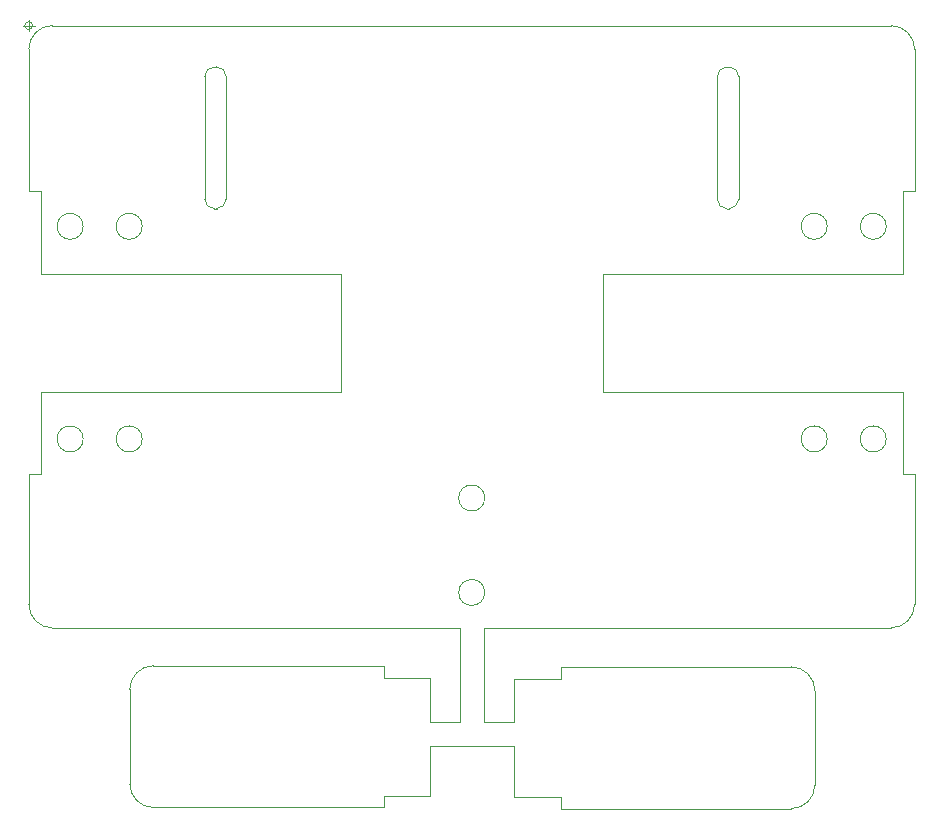
<source format=gm1>
G04 #@! TF.GenerationSoftware,KiCad,Pcbnew,(5.0.0)*
G04 #@! TF.CreationDate,2019-08-04T00:31:06+09:00*
G04 #@! TF.ProjectId,MiniRoverShield,4D696E69526F766572536869656C642E,rev?*
G04 #@! TF.SameCoordinates,Original*
G04 #@! TF.FileFunction,Profile,NP*
%FSLAX46Y46*%
G04 Gerber Fmt 4.6, Leading zero omitted, Abs format (unit mm)*
G04 Created by KiCad (PCBNEW (5.0.0)) date 08/04/19 00:31:06*
%MOMM*%
%LPD*%
G01*
G04 APERTURE LIST*
%ADD10C,0.100000*%
G04 APERTURE END LIST*
D10*
X40883333Y-46930000D02*
G75*
G03X40883333Y-46930000I-333333J0D01*
G01*
X40050000Y-46930000D02*
X41050000Y-46930000D01*
X40550000Y-46430000D02*
X40550000Y-47430000D01*
X42546429Y-97927065D02*
G75*
G02X40546429Y-95927065I0J2000000D01*
G01*
X79050000Y-105930000D02*
X81650000Y-105930000D01*
X79050000Y-97930000D02*
X79050000Y-105930000D01*
X77050000Y-105930000D02*
X77050000Y-97930000D01*
X74550000Y-105930000D02*
X77050000Y-105930000D01*
X74550000Y-107930000D02*
X81650000Y-107930000D01*
X79050000Y-97930000D02*
X113550000Y-97930000D01*
X42546429Y-97927065D02*
X77050000Y-97930000D01*
X74550000Y-102130000D02*
X74550000Y-105930000D01*
X81650000Y-102230000D02*
X81650000Y-105930000D01*
X81650000Y-112230000D02*
X81650000Y-107930000D01*
X74550000Y-112130000D02*
X74550000Y-107930000D01*
X81650000Y-102230000D02*
X85600000Y-102230000D01*
X85600000Y-101230000D02*
X105100000Y-101230000D01*
X85600000Y-112230000D02*
X81650000Y-112230000D01*
X85600000Y-102230000D02*
X85600000Y-101230000D01*
X85600000Y-113230000D02*
X85600000Y-112230000D01*
X105100000Y-101230000D02*
G75*
G02X107100000Y-103230000I0J-2000000D01*
G01*
X107100000Y-111230000D02*
G75*
G02X105100000Y-113230000I-2000000J0D01*
G01*
X105100000Y-113230000D02*
X85600000Y-113230000D01*
X107100000Y-103230000D02*
X107100000Y-111230000D01*
X49100000Y-111130000D02*
X49100000Y-103130000D01*
X51100000Y-113130000D02*
G75*
G02X49100000Y-111130000I0J2000000D01*
G01*
X70600000Y-113130000D02*
X51100000Y-113130000D01*
X51100000Y-101130000D02*
X70600000Y-101130000D01*
X70600000Y-112130000D02*
X70600000Y-113130000D01*
X49100000Y-103130000D02*
G75*
G02X51100000Y-101130000I2000000J0D01*
G01*
X70600000Y-102130000D02*
X74550000Y-102130000D01*
X74550000Y-112130000D02*
X70600000Y-112130000D01*
X70600000Y-101130000D02*
X70600000Y-102130000D01*
X98846429Y-51227065D02*
G75*
G02X99646429Y-50427065I800000J0D01*
G01*
X115546429Y-95927065D02*
G75*
G02X113546429Y-97927065I-2000000J0D01*
G01*
X56446429Y-50427065D02*
X56246429Y-50427065D01*
X57246429Y-61627065D02*
X57246429Y-51227065D01*
X66946429Y-67927065D02*
X41546429Y-67927065D01*
X40546429Y-84927065D02*
X41546429Y-84927065D01*
X114546429Y-77927065D02*
X114546429Y-84927065D01*
X56246429Y-62427065D02*
X56446429Y-62427065D01*
X40546429Y-48927065D02*
G75*
G02X42546429Y-46927065I2000000J0D01*
G01*
X114546429Y-84927065D02*
X115546429Y-84927065D01*
X114546429Y-67927065D02*
X89146429Y-67927065D01*
X115550000Y-48930000D02*
X115546429Y-60927065D01*
X99846429Y-50427065D02*
X99646429Y-50427065D01*
X100646429Y-61627065D02*
X100646429Y-51227065D01*
X108146429Y-81927065D02*
G75*
G03X108146429Y-81927065I-1100000J0D01*
G01*
X56446429Y-50427065D02*
G75*
G02X57246429Y-51227065I0J-800000D01*
G01*
X41546429Y-77927065D02*
X66946429Y-77927065D01*
X41546429Y-60927065D02*
X40546429Y-60927065D01*
X115546429Y-60927065D02*
X114546429Y-60927065D01*
X115546429Y-84927065D02*
X115546429Y-95927065D01*
X66946429Y-77927065D02*
X66946429Y-67927065D01*
X89146429Y-77927065D02*
X114546429Y-77927065D01*
X113550005Y-46927068D02*
G75*
G02X115546429Y-48927065I-3576J-1999997D01*
G01*
X45146429Y-81927065D02*
G75*
G03X45146429Y-81927065I-1100000J0D01*
G01*
X98846429Y-51227065D02*
X98846429Y-61627065D01*
X55446429Y-51227065D02*
G75*
G02X56246429Y-50427065I800000J0D01*
G01*
X57246429Y-61627065D02*
G75*
G02X56446429Y-62427065I-800000J0D01*
G01*
X56246429Y-62427065D02*
G75*
G02X55446429Y-61627065I0J800000D01*
G01*
X55446429Y-51227065D02*
X55446429Y-61627065D01*
X41546429Y-67927065D02*
X41546429Y-60927065D01*
X100646429Y-61627065D02*
G75*
G02X99846429Y-62427065I-800000J0D01*
G01*
X99646429Y-62427065D02*
G75*
G02X98846429Y-61627065I0J800000D01*
G01*
X114546429Y-60927065D02*
X114546429Y-67927065D01*
X41546429Y-84927065D02*
X41546429Y-77927065D01*
X99646429Y-62427065D02*
X99846429Y-62427065D01*
X40546429Y-60927065D02*
X40550000Y-48930000D01*
X40546429Y-95927065D02*
X40546429Y-84927065D01*
X89146429Y-67927065D02*
X89146429Y-77927065D01*
X42550000Y-46930000D02*
X113550000Y-46930000D01*
X99846429Y-50427065D02*
G75*
G02X100646429Y-51227065I0J-800000D01*
G01*
X113146429Y-63927065D02*
G75*
G03X113146429Y-63927065I-1100000J0D01*
G01*
X50146429Y-63927065D02*
G75*
G03X50146429Y-63927065I-1100000J0D01*
G01*
X113146429Y-81927065D02*
G75*
G03X113146429Y-81927065I-1100000J0D01*
G01*
X50146429Y-81927065D02*
G75*
G03X50146429Y-81927065I-1100000J0D01*
G01*
X108146429Y-63927065D02*
G75*
G03X108146429Y-63927065I-1100000J0D01*
G01*
X45146429Y-63927065D02*
G75*
G03X45146429Y-63927065I-1100000J0D01*
G01*
X79146429Y-86927065D02*
G75*
G03X79146429Y-86927065I-1100000J0D01*
G01*
X79146429Y-94927065D02*
G75*
G03X79146429Y-94927065I-1100000J0D01*
G01*
M02*

</source>
